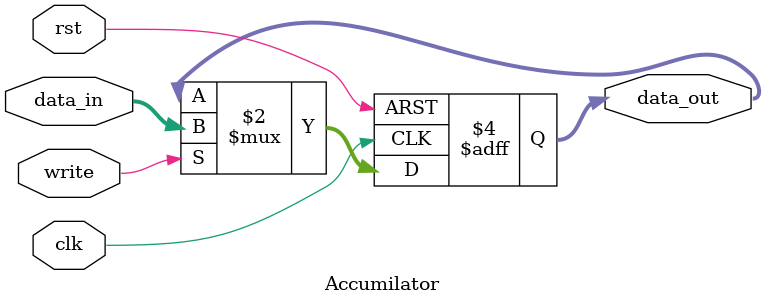
<source format=v>
module Accumilator
        (input clk,write,rst,
        input [15:0] data_in,
        output reg[15:0] data_out);

	always @(posedge clk or posedge rst)
           begin
                 if ( rst ) data_out <= 0;
                 else if ( write ) data_out <= data_in;  
           end

endmodule
           
</source>
